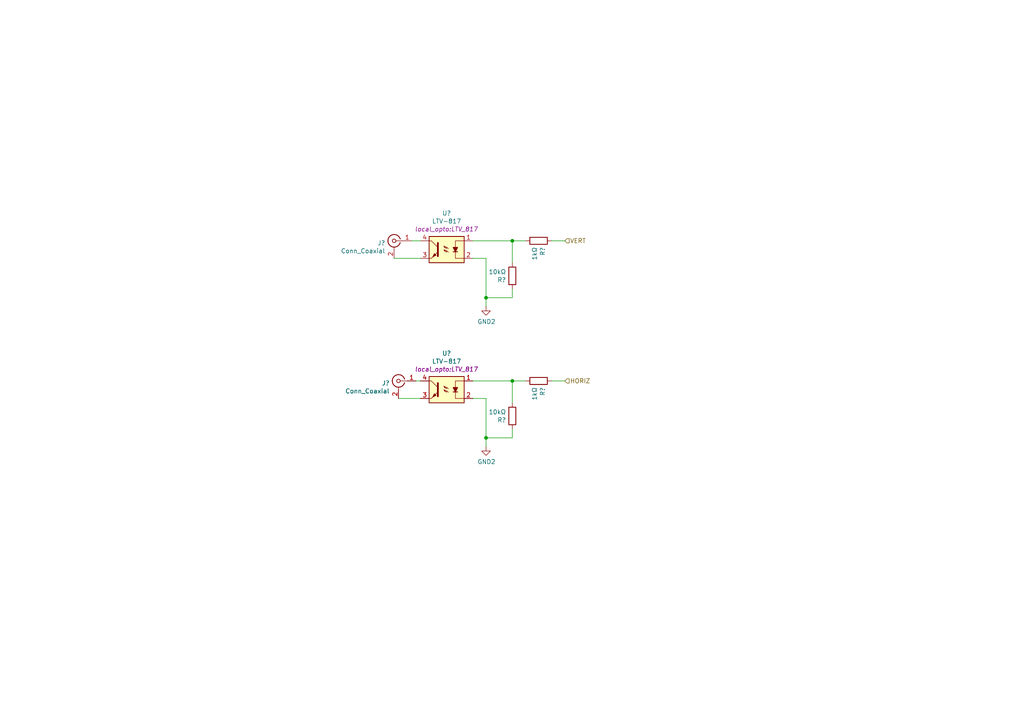
<source format=kicad_sch>
(kicad_sch (version 20211123) (generator eeschema)
  (paper "A4")
  (lib_symbols
    (symbol "CoaxTester:LTV-817" (pin_names (offset 1.016))
      (property "Reference" "U" (at -5.08 5.08 0))
      (property "Value" "LTV-817" (at 0 5.08 0))
      (property "Footprint" "DIP-4" (at -5.08 -5.08 0))
      (symbol "LTV-817_0_1"
        (rectangle (start -5.08 3.81) (end 5.08 -3.81) (stroke (width 0.254)) (fill (type background)))
        (polyline (pts (xy -3.175 -0.635) (xy -1.905 -0.635)) (stroke (width 0.254)))
        (polyline (pts (xy 2.54 0.635) (xy 4.445 2.54)))
        (polyline (pts (xy 4.445 -2.54) (xy 2.54 -0.635)) (fill (type outline)))
        (polyline (pts (xy 4.445 -2.54) (xy 5.08 -2.54)))
        (polyline (pts (xy 4.445 2.54) (xy 5.08 2.54)))
        (polyline (pts (xy -5.08 2.54) (xy -2.54 2.54) (xy -2.54 0.635)))
        (polyline (pts (xy -2.54 -0.635) (xy -2.54 -2.54) (xy -5.08 -2.54)))
        (polyline (pts (xy 2.54 1.905) (xy 2.54 -1.905) (xy 2.54 -1.905)) (stroke (width 0.508)))
        (polyline (pts (xy -2.54 -0.635) (xy -3.175 0.635) (xy -1.905 0.635) (xy -2.54 -0.635)) (stroke (width 0.254)) (fill (type outline)))
        (polyline (pts (xy -0.508 0.254) (xy 0.0254 0.762) (xy 0.0254 0.254) (xy 0.7874 1.016)))
        (polyline (pts (xy 0.7874 1.016) (xy 0.2794 0.762) (xy 0.5334 0.508) (xy 0.7874 1.016)))
        (polyline (pts (xy 3.048 -1.651) (xy 3.556 -1.143) (xy 4.064 -2.159) (xy 3.048 -1.651) (xy 3.048 -1.651)) (fill (type outline)))
        (polyline (pts (xy -0.508 -0.762) (xy 0.0254 -0.254) (xy 0.0254 -0.762) (xy 0.7874 0) (xy 0.2794 -0.254) (xy 0.5334 -0.508) (xy 0.7874 0)))
      )
      (symbol "LTV-817_1_1"
        (pin passive line (at -7.62 2.54 0) (length 2.54) (name "~") (number "1"))
        (pin passive line (at -7.62 -2.54 0) (length 2.54) (name "~") (number "2"))
        (pin passive line (at 7.62 -2.54 180) (length 2.54) (name "~") (number "3"))
        (pin passive line (at 7.62 2.54 180) (length 2.54) (name "~") (number "4"))
      )
    )
    (symbol "Connector:Conn_Coaxial" (pin_names (offset 1.016) hide)
      (property "Reference" "J" (at 0.254 3.048 0))
      (property "Value" "Conn_Coaxial" (at 2.921 0 90))
      (symbol "Conn_Coaxial_0_1"
        (arc (start -1.778 -0.508) (mid 0.222 -1.808) (end 1.778 0) (stroke (width 0.254)))
        (polyline (pts (xy -2.54 0) (xy -0.508 0)))
        (polyline (pts (xy 0 -2.54) (xy 0 -1.778)))
        (circle (center 0 0) (radius 0.508) (stroke (width 0.2032)))
        (arc (start 1.778 0) (mid 0.222 1.8083) (end -1.778 0.508) (stroke (width 0.254)))
      )
      (symbol "Conn_Coaxial_1_1"
        (pin passive line (at -5.08 0 0) (length 2.54) (name "In") (number "1"))
        (pin passive line (at 0 -5.08 90) (length 2.54) (name "Ext") (number "2"))
      )
    )
    (symbol "Device:R" (pin_numbers hide) (pin_names (offset 0))
      (property "Reference" "R" (at 2.032 0 90))
      (property "Value" "R" (at 0 0 90))
      (symbol "R_0_1"
        (rectangle (start -1.016 -2.54) (end 1.016 2.54) (stroke (width 0.254)))
      )
      (symbol "R_1_1"
        (pin passive line (at 0 3.81 270) (length 1.27) (name "~") (number "1"))
        (pin passive line (at 0 -3.81 90) (length 1.27) (name "~") (number "2"))
      )
    )
    (symbol "power:GND2" (power) (pin_names (offset 0))
      (property "Value" "GND2" (at 0 -3.81 0))
      (symbol "GND2_0_1"
        (polyline (pts (xy 0 0) (xy 0 -1.27) (xy 1.27 -1.27) (xy 0 -2.54) (xy -1.27 -1.27) (xy 0 -1.27)))
      )
      (symbol "GND2_1_1"
        (pin power_in line (at 0 0 270) (length 0) hide (name "GND2") (number "1"))
      )
    )
  )
  (junction (at 140.97 86.36))
  (junction (at 140.97 127))
  (junction (at 148.59 69.85))
  (junction (at 148.59 110.49))
  (wire (pts (xy 148.59 110.49) (xy 137.16 110.49)))
  (wire (pts (xy 148.59 69.85) (xy 137.16 69.85)))
  (wire (pts (xy 121.92 115.57) (xy 115.57 115.57)))
  (wire (pts (xy 137.16 115.57) (xy 140.97 115.57)))
  (wire (pts (xy 152.4 110.49) (xy 148.59 110.49)))
  (wire (pts (xy 137.16 74.93) (xy 140.97 74.93)))
  (wire (pts (xy 121.92 69.85) (xy 119.38 69.85)))
  (wire (pts (xy 121.92 74.93) (xy 114.3 74.93)))
  (wire (pts (xy 121.92 110.49) (xy 120.65 110.49)))
  (wire (pts (xy 140.97 74.93) (xy 140.97 86.36)))
  (wire (pts (xy 148.59 124.46) (xy 148.59 127)))
  (wire (pts (xy 148.59 69.85) (xy 148.59 76.2)))
  (wire (pts (xy 140.97 115.57) (xy 140.97 127)))
  (wire (pts (xy 148.59 110.49) (xy 148.59 116.84)))
  (wire (pts (xy 140.97 127) (xy 140.97 129.54)))
  (wire (pts (xy 148.59 86.36) (xy 140.97 86.36)))
  (wire (pts (xy 163.83 69.85) (xy 160.02 69.85)))
  (wire (pts (xy 148.59 127) (xy 140.97 127)))
  (wire (pts (xy 140.97 86.36) (xy 140.97 88.9)))
  (wire (pts (xy 163.83 110.49) (xy 160.02 110.49)))
  (wire (pts (xy 152.4 69.85) (xy 148.59 69.85)))
  (wire (pts (xy 148.59 83.82) (xy 148.59 86.36)))
  (hierarchical_label "VERT" (shape input) (at 163.83 69.85 0))
  (hierarchical_label "HORIZ" (shape input) (at 163.83 110.49 0))
  (symbol (lib_id "power:GND2") (at 140.97 88.9 0) (unit 1)
    (property "Reference" "#PWR?" (effects hide))
    (property "Value" "GND2" (at 141.097 93.2942 0))
  )
  (symbol (lib_id "Connector:Conn_Coaxial") (at 115.57 110.49 0) (mirror y) (unit 1)
    (property "Reference" "J?" (at 113.03 111.125 0) (effects (justify left)))
    (property "Value" "Conn_Coaxial" (at 113.03 113.4364 0) (effects (justify left)))
    (property "Footprint" "CoaxTester:FB_EPG" (effects hide))
    (property "Datasheet" " ~" (effects hide))
  )
  (symbol (lib_id "Device:R") (at 156.21 110.49 270) (unit 1)
    (property "Reference" "R?" (at 157.3784 112.268 0) (effects (justify left)))
    (property "Value" "1kΩ" (at 155.067 112.268 0) (effects (justify left)))
    (property "Footprint" "Resistor_SMD:R_0805_2012Metric" (effects hide))
  )
  (symbol (lib_id "power:GND2") (at 140.97 129.54 0) (unit 1)
    (property "Reference" "#PWR?" (effects hide))
    (property "Value" "GND2" (at 141.097 133.9342 0))
  )
  (symbol (lib_id "Connector:Conn_Coaxial") (at 114.3 69.85 0) (mirror y) (unit 1)
    (property "Reference" "J?" (at 111.76 70.485 0) (effects (justify left)))
    (property "Value" "Conn_Coaxial" (at 111.76 72.7964 0) (effects (justify left)))
    (property "Footprint" "CoaxTester:FB_EPG" (effects hide))
    (property "Datasheet" " ~" (effects hide))
  )
  (symbol (lib_id "CoaxTester:LTV-817") (at 129.54 72.39 0) (mirror y) (unit 1)
    (property "Reference" "U?" (at 129.54 61.849 0))
    (property "Value" "LTV-817" (at 129.54 64.1604 0))
    (property "Footprint" "local_opto:LTV_817" (at 129.54 66.4718 0) (effects (font italic)))
  )
  (symbol (lib_id "Device:R") (at 156.21 69.85 270) (unit 1)
    (property "Reference" "R?" (at 157.3784 71.628 0) (effects (justify left)))
    (property "Value" "1kΩ" (at 155.067 71.628 0) (effects (justify left)))
    (property "Footprint" "Resistor_SMD:R_0805_2012Metric" (effects hide))
  )
  (symbol (lib_id "Device:R") (at 148.59 80.01 180) (unit 1)
    (property "Reference" "R?" (at 146.812 81.1784 0) (effects (justify left)))
    (property "Value" "10kΩ" (at 146.812 78.867 0) (effects (justify left)))
    (property "Footprint" "Resistor_SMD:R_0805_2012Metric" (effects hide))
  )
  (symbol (lib_id "CoaxTester:LTV-817") (at 129.54 113.03 0) (mirror y) (unit 1)
    (property "Reference" "U?" (at 129.54 102.489 0))
    (property "Value" "LTV-817" (at 129.54 104.8004 0))
    (property "Footprint" "local_opto:LTV_817" (at 129.54 107.1118 0) (effects (font italic)))
  )
  (symbol (lib_id "Device:R") (at 148.59 120.65 180) (unit 1)
    (property "Reference" "R?" (at 146.812 121.8184 0) (effects (justify left)))
    (property "Value" "10kΩ" (at 146.812 119.507 0) (effects (justify left)))
    (property "Footprint" "Resistor_SMD:R_0805_2012Metric" (effects hide))
  )
)
</source>
